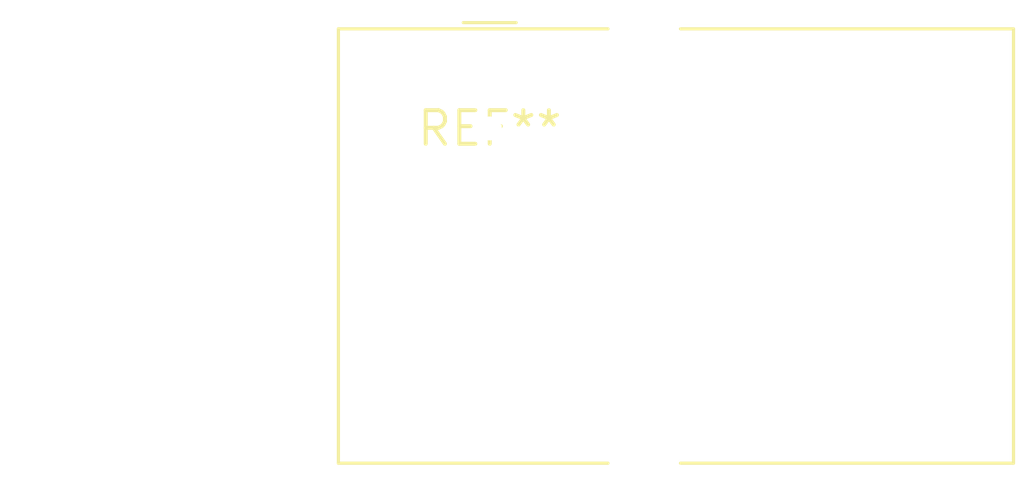
<source format=kicad_pcb>
(kicad_pcb (version 20240108) (generator pcbnew)
  (layers (0 "F.Cu" signal) (31 "B.Cu" signal) (34 "B.Paste" user) (35 "F.Paste" user) (36 "B.SilkS" user "B.Silkscreen") (37 "F.SilkS" user "F.Silkscreen") (38 "B.Mask" user) (39 "F.Mask" user) (44 "Edge.Cuts" user))
  (net 0 "")
  (footprint "RJ45_Wuerth_7499010001A_Horizontal" (layer "F.Cu") (at 0 0)
    (property "Reference" "REF**")
    (property "Value" "RJ45_Wuerth_7499010001A_Horizontal")
    (fp_line (start -5.72 -3.765) (end -5.72 12.655) (layer "F.SilkS") (stroke (width 0.12)))
    (fp_line (start -5.72 12.655) (end 4.47 12.655) (layer "F.SilkS") (stroke (width 0.12)))
    (fp_line (start -1 -4) (end 1 -4) (layer "F.SilkS") (stroke (width 0.12)))
    (fp_line (start 4.47 -3.765) (end -5.72 -3.765) (layer "F.SilkS") (stroke (width 0.12)))
    (fp_line (start 7.21 12.655) (end 19.8 12.655) (layer "F.SilkS") (stroke (width 0.12)))
    (fp_line (start 19.8 -3.765) (end 7.21 -3.765) (layer "F.SilkS") (stroke (width 0.12)))
    (fp_line (start 19.8 12.655) (end 19.8 -3.765) (layer "F.SilkS") (stroke (width 0.12)))
    (pad "" np_thru_hole circle (at 8.89 -1.27 90) (size 3.25 3.25) (drill 3.25) (layers *.Cu *.Mask))
    (pad "" np_thru_hole circle (at 8.89 10.16 90) (size 3.25 3.25) (drill 3.25) (layers *.Cu *.Mask))
    (pad "1" thru_hole roundrect (at 0 0 90) (size 1.6 1.6) (drill 0.9) (layers *.Cu *.Mask) (remove_unused_layers) (roundrect_rratio 0.155))
    (pad "2" thru_hole circle (at 2.54 1.27 90) (size 1.6 1.6) (drill 0.9) (layers *.Cu *.Mask) (remove_unused_layers))
    (pad "3" thru_hole circle (at 0 2.54 90) (size 1.6 1.6) (drill 0.9) (layers *.Cu *.Mask) (remove_unused_layers))
    (pad "4" thru_hole circle (at 2.54 3.81 90) (size 1.6 1.6) (drill 0.9) (layers *.Cu *.Mask) (remove_unused_layers))
    (pad "5" thru_hole circle (at 0 5.08 90) (size 1.6 1.6) (drill 0.9) (layers *.Cu *.Mask) (remove_unused_layers))
    (pad "6" thru_hole circle (at 2.54 6.35 90) (size 1.6 1.6) (drill 0.9) (layers *.Cu *.Mask) (remove_unused_layers))
    (pad "7" thru_hole circle (at 0 7.62 90) (size 1.6 1.6) (drill 0.9) (layers *.Cu *.Mask) (remove_unused_layers))
    (pad "8" thru_hole circle (at 2.54 8.89 90) (size 1.6 1.6) (drill 0.9) (layers *.Cu *.Mask) (remove_unused_layers))
    (pad "SH" thru_hole circle (at 5.84 -3.455 90) (size 2.2 2.2) (drill 1.6) (layers *.Cu *.Mask) (remove_unused_layers))
    (pad "SH" thru_hole circle (at 5.84 12.345 90) (size 2.2 2.2) (drill 1.6) (layers *.Cu *.Mask) (remove_unused_layers))
  )
)
</source>
